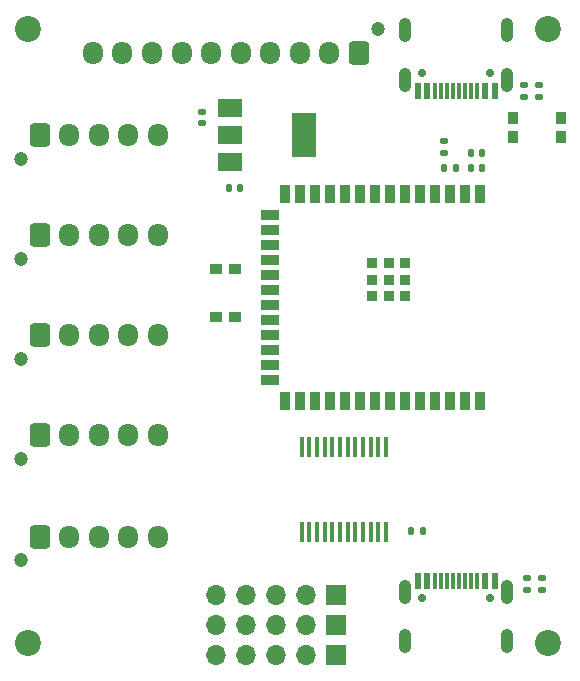
<source format=gbr>
%TF.GenerationSoftware,KiCad,Pcbnew,(6.0.0-0)*%
%TF.CreationDate,2022-12-18T13:40:03+01:00*%
%TF.ProjectId,ProtoBoardSE,50726f74-6f42-46f6-9172-6453452e6b69,rev?*%
%TF.SameCoordinates,Original*%
%TF.FileFunction,Soldermask,Top*%
%TF.FilePolarity,Negative*%
%FSLAX46Y46*%
G04 Gerber Fmt 4.6, Leading zero omitted, Abs format (unit mm)*
G04 Created by KiCad (PCBNEW (6.0.0-0)) date 2022-12-18 13:40:03*
%MOMM*%
%LPD*%
G01*
G04 APERTURE LIST*
G04 Aperture macros list*
%AMRoundRect*
0 Rectangle with rounded corners*
0 $1 Rounding radius*
0 $2 $3 $4 $5 $6 $7 $8 $9 X,Y pos of 4 corners*
0 Add a 4 corners polygon primitive as box body*
4,1,4,$2,$3,$4,$5,$6,$7,$8,$9,$2,$3,0*
0 Add four circle primitives for the rounded corners*
1,1,$1+$1,$2,$3*
1,1,$1+$1,$4,$5*
1,1,$1+$1,$6,$7*
1,1,$1+$1,$8,$9*
0 Add four rect primitives between the rounded corners*
20,1,$1+$1,$2,$3,$4,$5,0*
20,1,$1+$1,$4,$5,$6,$7,0*
20,1,$1+$1,$6,$7,$8,$9,0*
20,1,$1+$1,$8,$9,$2,$3,0*%
G04 Aperture macros list end*
%ADD10C,2.200000*%
%ADD11C,1.200000*%
%ADD12RoundRect,0.250000X-0.600000X-0.725000X0.600000X-0.725000X0.600000X0.725000X-0.600000X0.725000X0*%
%ADD13O,1.700000X1.950000*%
%ADD14RoundRect,0.140000X-0.140000X-0.170000X0.140000X-0.170000X0.140000X0.170000X-0.140000X0.170000X0*%
%ADD15RoundRect,0.140000X-0.170000X0.140000X-0.170000X-0.140000X0.170000X-0.140000X0.170000X0.140000X0*%
%ADD16R,2.000000X1.500000*%
%ADD17R,2.000000X3.800000*%
%ADD18C,0.700000*%
%ADD19R,0.600000X1.450000*%
%ADD20R,0.300000X1.450000*%
%ADD21O,1.050000X2.100000*%
%ADD22R,1.000000X0.900000*%
%ADD23R,1.700000X1.700000*%
%ADD24O,1.700000X1.700000*%
%ADD25R,0.450000X1.750000*%
%ADD26RoundRect,0.135000X-0.185000X0.135000X-0.185000X-0.135000X0.185000X-0.135000X0.185000X0.135000X0*%
%ADD27RoundRect,0.135000X0.135000X0.185000X-0.135000X0.185000X-0.135000X-0.185000X0.135000X-0.185000X0*%
%ADD28R,0.900000X1.000000*%
%ADD29RoundRect,0.135000X0.185000X-0.135000X0.185000X0.135000X-0.185000X0.135000X-0.185000X-0.135000X0*%
%ADD30RoundRect,0.250000X0.600000X0.725000X-0.600000X0.725000X-0.600000X-0.725000X0.600000X-0.725000X0*%
%ADD31R,0.900000X1.500000*%
%ADD32R,1.500000X0.900000*%
%ADD33R,0.900000X0.900000*%
%ADD34RoundRect,0.140000X0.170000X-0.140000X0.170000X0.140000X-0.170000X0.140000X-0.170000X-0.140000X0*%
G04 APERTURE END LIST*
D10*
%TO.C,H4*%
X162000000Y-32000000D03*
%TD*%
%TO.C,H3*%
X162000000Y-84000000D03*
%TD*%
%TO.C,H2*%
X206000000Y-84000000D03*
%TD*%
%TO.C,H1*%
X206000000Y-32000000D03*
%TD*%
D11*
%TO.C,J5*%
X161400000Y-51500000D03*
D12*
X163000000Y-49500000D03*
D13*
X165500000Y-49500000D03*
X168000000Y-49500000D03*
X170500000Y-49500000D03*
X173000000Y-49500000D03*
%TD*%
D14*
%TO.C,C3*%
X199520000Y-43750000D03*
X200480000Y-43750000D03*
%TD*%
D15*
%TO.C,C1*%
X197250000Y-41520000D03*
X197250000Y-42480000D03*
%TD*%
D16*
%TO.C,U4*%
X179100000Y-38700000D03*
X179100000Y-41000000D03*
D17*
X185400000Y-41000000D03*
D16*
X179100000Y-43300000D03*
%TD*%
D18*
%TO.C,J1*%
X195360000Y-80212500D03*
X201140000Y-80212500D03*
D19*
X195000000Y-78767500D03*
X195800000Y-78767500D03*
D20*
X197000000Y-78767500D03*
X198000000Y-78767500D03*
X198500000Y-78767500D03*
X199500000Y-78767500D03*
D19*
X201500000Y-78767500D03*
X200700000Y-78767500D03*
D20*
X200000000Y-78767500D03*
X199000000Y-78767500D03*
X197500000Y-78767500D03*
X196500000Y-78767500D03*
D21*
X193930000Y-79682500D03*
X202570000Y-79682500D03*
X193930000Y-83862500D03*
X202570000Y-83862500D03*
%TD*%
D11*
%TO.C,J10*%
X161400000Y-68400000D03*
D12*
X163000000Y-66400000D03*
D13*
X165500000Y-66400000D03*
X168000000Y-66400000D03*
X170500000Y-66400000D03*
X173000000Y-66400000D03*
%TD*%
D22*
%TO.C,SW1*%
X177889000Y-52306000D03*
X177889000Y-56406000D03*
X179489000Y-52306000D03*
X179489000Y-56406000D03*
%TD*%
D23*
%TO.C,J7*%
X188075000Y-82460000D03*
D24*
X185535000Y-82460000D03*
X182995000Y-82460000D03*
X180455000Y-82460000D03*
X177915000Y-82460000D03*
%TD*%
D23*
%TO.C,J11*%
X188075000Y-79920000D03*
D24*
X185535000Y-79920000D03*
X182995000Y-79920000D03*
X180455000Y-79920000D03*
X177915000Y-79920000D03*
%TD*%
D25*
%TO.C,U2*%
X192325000Y-67400000D03*
X191675000Y-67400000D03*
X191025000Y-67400000D03*
X190375000Y-67400000D03*
X189725000Y-67400000D03*
X189075000Y-67400000D03*
X188425000Y-67400000D03*
X187775000Y-67400000D03*
X187125000Y-67400000D03*
X186475000Y-67400000D03*
X185825000Y-67400000D03*
X185175000Y-67400000D03*
X185175000Y-74600000D03*
X185825000Y-74600000D03*
X186475000Y-74600000D03*
X187125000Y-74600000D03*
X187775000Y-74600000D03*
X188425000Y-74600000D03*
X189075000Y-74600000D03*
X189725000Y-74600000D03*
X190375000Y-74600000D03*
X191025000Y-74600000D03*
X191675000Y-74600000D03*
X192325000Y-74600000D03*
%TD*%
D26*
%TO.C,R1*%
X205500000Y-78490000D03*
X205500000Y-79510000D03*
%TD*%
D27*
%TO.C,R2*%
X198260000Y-43750000D03*
X197240000Y-43750000D03*
%TD*%
D14*
%TO.C,C4*%
X179020000Y-45500000D03*
X179980000Y-45500000D03*
%TD*%
D28*
%TO.C,SW2*%
X203055000Y-39586000D03*
X207155000Y-39586000D03*
X207155000Y-41186000D03*
X203055000Y-41186000D03*
%TD*%
D11*
%TO.C,J6*%
X161400000Y-43000000D03*
D12*
X163000000Y-41000000D03*
D13*
X165500000Y-41000000D03*
X168000000Y-41000000D03*
X170500000Y-41000000D03*
X173000000Y-41000000D03*
%TD*%
D18*
%TO.C,J2*%
X201140000Y-35787500D03*
X195360000Y-35787500D03*
D19*
X201500000Y-37232500D03*
X200700000Y-37232500D03*
D20*
X199500000Y-37232500D03*
X198500000Y-37232500D03*
X198000000Y-37232500D03*
X197000000Y-37232500D03*
D19*
X195000000Y-37232500D03*
X195800000Y-37232500D03*
D20*
X196500000Y-37232500D03*
X197500000Y-37232500D03*
X199000000Y-37232500D03*
X200000000Y-37232500D03*
D21*
X202570000Y-36317500D03*
X193930000Y-36317500D03*
X202570000Y-32137500D03*
X193930000Y-32137500D03*
%TD*%
D26*
%TO.C,R5*%
X205250000Y-36740000D03*
X205250000Y-37760000D03*
%TD*%
D29*
%TO.C,R4*%
X204000000Y-37760000D03*
X204000000Y-36740000D03*
%TD*%
D23*
%TO.C,J4*%
X188075000Y-85000000D03*
D24*
X185535000Y-85000000D03*
X182995000Y-85000000D03*
X180455000Y-85000000D03*
X177915000Y-85000000D03*
%TD*%
D11*
%TO.C,J3*%
X191600000Y-32025000D03*
D30*
X190000000Y-34025000D03*
D13*
X187500000Y-34025000D03*
X185000000Y-34025000D03*
X182500000Y-34025000D03*
X180000000Y-34025000D03*
X177500000Y-34025000D03*
X175000000Y-34025000D03*
X172500000Y-34025000D03*
X170000000Y-34025000D03*
X167500000Y-34025000D03*
%TD*%
D31*
%TO.C,U1*%
X200260000Y-46000000D03*
X198990000Y-46000000D03*
X197720000Y-46000000D03*
X196450000Y-46000000D03*
X195180000Y-46000000D03*
X193910000Y-46000000D03*
X192640000Y-46000000D03*
X191370000Y-46000000D03*
X190100000Y-46000000D03*
X188830000Y-46000000D03*
X187560000Y-46000000D03*
X186290000Y-46000000D03*
X185020000Y-46000000D03*
X183750000Y-46000000D03*
D32*
X182500000Y-47765000D03*
X182500000Y-49035000D03*
X182500000Y-50305000D03*
X182500000Y-51575000D03*
X182500000Y-52845000D03*
X182500000Y-54115000D03*
X182500000Y-55385000D03*
X182500000Y-56655000D03*
X182500000Y-57925000D03*
X182500000Y-59195000D03*
X182500000Y-60465000D03*
X182500000Y-61735000D03*
D31*
X183750000Y-63500000D03*
X185020000Y-63500000D03*
X186290000Y-63500000D03*
X187560000Y-63500000D03*
X188830000Y-63500000D03*
X190100000Y-63500000D03*
X191370000Y-63500000D03*
X192640000Y-63500000D03*
X193910000Y-63500000D03*
X195180000Y-63500000D03*
X196450000Y-63500000D03*
X197720000Y-63500000D03*
X198990000Y-63500000D03*
X200260000Y-63500000D03*
D33*
X192540000Y-51850000D03*
X193940000Y-53250000D03*
X192540000Y-53250000D03*
X191140000Y-51850000D03*
X193940000Y-54650000D03*
X191140000Y-54650000D03*
X191140000Y-53250000D03*
X192540000Y-54650000D03*
X193940000Y-51850000D03*
%TD*%
D11*
%TO.C,J8*%
X161400000Y-59950000D03*
D12*
X163000000Y-57950000D03*
D13*
X165500000Y-57950000D03*
X168000000Y-57950000D03*
X170500000Y-57950000D03*
X173000000Y-57950000D03*
%TD*%
D29*
%TO.C,R3*%
X204250000Y-79510000D03*
X204250000Y-78490000D03*
%TD*%
D11*
%TO.C,J9*%
X161400000Y-77000000D03*
D12*
X163000000Y-75000000D03*
D13*
X165500000Y-75000000D03*
X168000000Y-75000000D03*
X170500000Y-75000000D03*
X173000000Y-75000000D03*
%TD*%
D14*
%TO.C,C6*%
X194465000Y-74549000D03*
X195425000Y-74549000D03*
%TD*%
%TO.C,C2*%
X199520000Y-42500000D03*
X200480000Y-42500000D03*
%TD*%
D34*
%TO.C,C5*%
X176750000Y-39980000D03*
X176750000Y-39020000D03*
%TD*%
M02*

</source>
